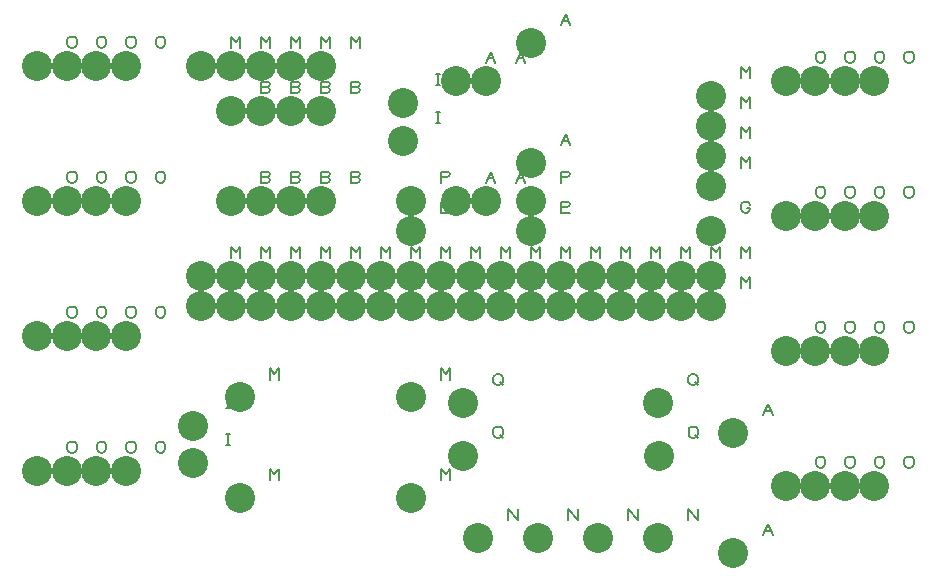
<source format=gbr>
G04 EasyPC Gerber Version 20.0.2 Build 4112 *
G04 #@! TF.Part,Single*
%FSLAX35Y35*%
%MOIN*%
%ADD11C,0.00500*%
%ADD10C,0.10000*%
X0Y0D02*
D02*
D10*
X10728Y37750D03*
Y82750D03*
Y127750D03*
Y172750D03*
X20571Y37750D03*
Y82750D03*
Y127750D03*
Y172750D03*
X30413Y37750D03*
Y82750D03*
Y127750D03*
Y172750D03*
X40256Y37750D03*
Y82750D03*
Y127750D03*
Y172750D03*
X62756Y40250D03*
Y52750D03*
X65256Y92750D03*
Y102750D03*
Y172750D03*
X75222Y127750D03*
Y157750D03*
X75256Y92750D03*
Y102750D03*
Y172750D03*
X78169Y28695D03*
Y62159D03*
X85222Y127750D03*
Y157750D03*
X85256Y92750D03*
Y102750D03*
Y172750D03*
X95222Y127750D03*
Y157750D03*
X95256Y92750D03*
Y102750D03*
Y172750D03*
X105222Y127750D03*
Y157750D03*
X105256Y92750D03*
Y102750D03*
Y172750D03*
X115256Y92750D03*
Y102750D03*
X125256Y92750D03*
Y102750D03*
X132756Y147750D03*
Y160250D03*
X135256Y28695D03*
Y62159D03*
Y92750D03*
Y102750D03*
Y117750D03*
D03*
Y127750D03*
X145256Y92750D03*
Y102750D03*
X150256Y127750D03*
Y167750D03*
X152717Y60250D03*
X152756Y42750D03*
X155256Y92750D03*
Y102750D03*
X157756Y15250D03*
X160256Y127750D03*
Y167750D03*
X165256Y92750D03*
Y102750D03*
X175256Y92750D03*
Y102750D03*
Y117750D03*
D03*
Y127750D03*
Y140250D03*
Y180250D03*
X177756Y15250D03*
X185256Y92750D03*
Y102750D03*
X195256Y92750D03*
Y102750D03*
X197756Y15250D03*
X205256Y92750D03*
Y102750D03*
X215256Y92750D03*
Y102750D03*
X217756Y15250D03*
Y60250D03*
X217795Y42750D03*
X225256Y92750D03*
Y102750D03*
X235256Y92750D03*
Y102750D03*
Y117750D03*
Y132750D03*
Y142750D03*
Y152750D03*
Y162750D03*
X242756Y10250D03*
Y50250D03*
X260256Y32750D03*
Y77750D03*
Y122750D03*
Y167750D03*
X270098Y32750D03*
Y77750D03*
Y122750D03*
Y167750D03*
X279941Y32750D03*
Y77750D03*
Y122750D03*
Y167750D03*
X289783Y32750D03*
Y77750D03*
Y122750D03*
Y167750D03*
D02*
D11*
X20728Y44937D02*
Y46187D01*
X21041Y46813*
X21354Y47125*
X21978Y47437*
X22604*
X23228Y47125*
X23541Y46813*
X23854Y46187*
Y44937*
X23541Y44313*
X23228Y44000*
X22604Y43687*
X21978*
X21354Y44000*
X21041Y44313*
X20728Y44937*
Y89937D02*
Y91187D01*
X21041Y91813*
X21354Y92125*
X21978Y92437*
X22604*
X23228Y92125*
X23541Y91813*
X23854Y91187*
Y89937*
X23541Y89313*
X23228Y89000*
X22604Y88687*
X21978*
X21354Y89000*
X21041Y89313*
X20728Y89937*
Y134937D02*
Y136187D01*
X21041Y136813*
X21354Y137125*
X21978Y137437*
X22604*
X23228Y137125*
X23541Y136813*
X23854Y136187*
Y134937*
X23541Y134313*
X23228Y134000*
X22604Y133687*
X21978*
X21354Y134000*
X21041Y134313*
X20728Y134937*
Y179937D02*
Y181187D01*
X21041Y181813*
X21354Y182125*
X21978Y182437*
X22604*
X23228Y182125*
X23541Y181813*
X23854Y181187*
Y179937*
X23541Y179313*
X23228Y179000*
X22604Y178687*
X21978*
X21354Y179000*
X21041Y179313*
X20728Y179937*
X30571Y44937D02*
Y46187D01*
X30883Y46813*
X31196Y47125*
X31821Y47437*
X32446*
X33071Y47125*
X33383Y46813*
X33696Y46187*
Y44937*
X33383Y44313*
X33071Y44000*
X32446Y43687*
X31821*
X31196Y44000*
X30883Y44313*
X30571Y44937*
Y89937D02*
Y91187D01*
X30883Y91813*
X31196Y92125*
X31821Y92437*
X32446*
X33071Y92125*
X33383Y91813*
X33696Y91187*
Y89937*
X33383Y89313*
X33071Y89000*
X32446Y88687*
X31821*
X31196Y89000*
X30883Y89313*
X30571Y89937*
Y134937D02*
Y136187D01*
X30883Y136813*
X31196Y137125*
X31821Y137437*
X32446*
X33071Y137125*
X33383Y136813*
X33696Y136187*
Y134937*
X33383Y134313*
X33071Y134000*
X32446Y133687*
X31821*
X31196Y134000*
X30883Y134313*
X30571Y134937*
Y179937D02*
Y181187D01*
X30883Y181813*
X31196Y182125*
X31821Y182437*
X32446*
X33071Y182125*
X33383Y181813*
X33696Y181187*
Y179937*
X33383Y179313*
X33071Y179000*
X32446Y178687*
X31821*
X31196Y179000*
X30883Y179313*
X30571Y179937*
X40413Y44937D02*
Y46187D01*
X40726Y46813*
X41039Y47125*
X41663Y47437*
X42289*
X42913Y47125*
X43226Y46813*
X43539Y46187*
Y44937*
X43226Y44313*
X42913Y44000*
X42289Y43687*
X41663*
X41039Y44000*
X40726Y44313*
X40413Y44937*
Y89937D02*
Y91187D01*
X40726Y91813*
X41039Y92125*
X41663Y92437*
X42289*
X42913Y92125*
X43226Y91813*
X43539Y91187*
Y89937*
X43226Y89313*
X42913Y89000*
X42289Y88687*
X41663*
X41039Y89000*
X40726Y89313*
X40413Y89937*
Y134937D02*
Y136187D01*
X40726Y136813*
X41039Y137125*
X41663Y137437*
X42289*
X42913Y137125*
X43226Y136813*
X43539Y136187*
Y134937*
X43226Y134313*
X42913Y134000*
X42289Y133687*
X41663*
X41039Y134000*
X40726Y134313*
X40413Y134937*
Y179937D02*
Y181187D01*
X40726Y181813*
X41039Y182125*
X41663Y182437*
X42289*
X42913Y182125*
X43226Y181813*
X43539Y181187*
Y179937*
X43226Y179313*
X42913Y179000*
X42289Y178687*
X41663*
X41039Y179000*
X40726Y179313*
X40413Y179937*
X50256Y44937D02*
Y46187D01*
X50569Y46813*
X50881Y47125*
X51506Y47437*
X52131*
X52756Y47125*
X53069Y46813*
X53381Y46187*
Y44937*
X53069Y44313*
X52756Y44000*
X52131Y43687*
X51506*
X50881Y44000*
X50569Y44313*
X50256Y44937*
Y89937D02*
Y91187D01*
X50569Y91813*
X50881Y92125*
X51506Y92437*
X52131*
X52756Y92125*
X53069Y91813*
X53381Y91187*
Y89937*
X53069Y89313*
X52756Y89000*
X52131Y88687*
X51506*
X50881Y89000*
X50569Y89313*
X50256Y89937*
Y134937D02*
Y136187D01*
X50569Y136813*
X50881Y137125*
X51506Y137437*
X52131*
X52756Y137125*
X53069Y136813*
X53381Y136187*
Y134937*
X53069Y134313*
X52756Y134000*
X52131Y133687*
X51506*
X50881Y134000*
X50569Y134313*
X50256Y134937*
Y179937D02*
Y181187D01*
X50569Y181813*
X50881Y182125*
X51506Y182437*
X52131*
X52756Y182125*
X53069Y181813*
X53381Y181187*
Y179937*
X53069Y179313*
X52756Y179000*
X52131Y178687*
X51506*
X50881Y179000*
X50569Y179313*
X50256Y179937*
X73693Y46187D02*
X74943D01*
X74319D02*
Y49937D01*
X73693D02*
X74943D01*
X73693Y58687D02*
X74943D01*
X74319D02*
Y62437D01*
X73693D02*
X74943D01*
X75256Y98687D02*
Y102437D01*
X76819Y100563*
X78381Y102437*
Y98687*
X75256Y108687D02*
Y112437D01*
X76819Y110563*
X78381Y112437*
Y108687*
X75256Y178687D02*
Y182437D01*
X76819Y180563*
X78381Y182437*
Y178687*
X87410Y135563D02*
X88035Y135250D01*
X88348Y134625*
X88035Y134000*
X87410Y133687*
X85222*
Y137437*
X87410*
X88035Y137125*
X88348Y136500*
X88035Y135875*
X87410Y135563*
X85222*
X87410Y165563D02*
X88035Y165250D01*
X88348Y164625*
X88035Y164000*
X87410Y163687*
X85222*
Y167437*
X87410*
X88035Y167125*
X88348Y166500*
X88035Y165875*
X87410Y165563*
X85222*
X85256Y98687D02*
Y102437D01*
X86819Y100563*
X88381Y102437*
Y98687*
X85256Y108687D02*
Y112437D01*
X86819Y110563*
X88381Y112437*
Y108687*
X85256Y178687D02*
Y182437D01*
X86819Y180563*
X88381Y182437*
Y178687*
X88169Y34632D02*
Y38382D01*
X89732Y36507*
X91294Y38382*
Y34632*
X88169Y68097D02*
Y71847D01*
X89732Y69972*
X91294Y71847*
Y68097*
X97410Y135563D02*
X98035Y135250D01*
X98348Y134625*
X98035Y134000*
X97410Y133687*
X95222*
Y137437*
X97410*
X98035Y137125*
X98348Y136500*
X98035Y135875*
X97410Y135563*
X95222*
X97410Y165563D02*
X98035Y165250D01*
X98348Y164625*
X98035Y164000*
X97410Y163687*
X95222*
Y167437*
X97410*
X98035Y167125*
X98348Y166500*
X98035Y165875*
X97410Y165563*
X95222*
X95256Y98687D02*
Y102437D01*
X96819Y100563*
X98381Y102437*
Y98687*
X95256Y108687D02*
Y112437D01*
X96819Y110563*
X98381Y112437*
Y108687*
X95256Y178687D02*
Y182437D01*
X96819Y180563*
X98381Y182437*
Y178687*
X107410Y135563D02*
X108035Y135250D01*
X108348Y134625*
X108035Y134000*
X107410Y133687*
X105222*
Y137437*
X107410*
X108035Y137125*
X108348Y136500*
X108035Y135875*
X107410Y135563*
X105222*
X107410Y165563D02*
X108035Y165250D01*
X108348Y164625*
X108035Y164000*
X107410Y163687*
X105222*
Y167437*
X107410*
X108035Y167125*
X108348Y166500*
X108035Y165875*
X107410Y165563*
X105222*
X105256Y98687D02*
Y102437D01*
X106819Y100563*
X108381Y102437*
Y98687*
X105256Y108687D02*
Y112437D01*
X106819Y110563*
X108381Y112437*
Y108687*
X105256Y178687D02*
Y182437D01*
X106819Y180563*
X108381Y182437*
Y178687*
X117410Y135563D02*
X118035Y135250D01*
X118348Y134625*
X118035Y134000*
X117410Y133687*
X115222*
Y137437*
X117410*
X118035Y137125*
X118348Y136500*
X118035Y135875*
X117410Y135563*
X115222*
X117410Y165563D02*
X118035Y165250D01*
X118348Y164625*
X118035Y164000*
X117410Y163687*
X115222*
Y167437*
X117410*
X118035Y167125*
X118348Y166500*
X118035Y165875*
X117410Y165563*
X115222*
X115256Y98687D02*
Y102437D01*
X116819Y100563*
X118381Y102437*
Y98687*
X115256Y108687D02*
Y112437D01*
X116819Y110563*
X118381Y112437*
Y108687*
X115256Y178687D02*
Y182437D01*
X116819Y180563*
X118381Y182437*
Y178687*
X125256Y98687D02*
Y102437D01*
X126819Y100563*
X128381Y102437*
Y98687*
X125256Y108687D02*
Y112437D01*
X126819Y110563*
X128381Y112437*
Y108687*
X135256Y98687D02*
Y102437D01*
X136819Y100563*
X138381Y102437*
Y98687*
X135256Y108687D02*
Y112437D01*
X136819Y110563*
X138381Y112437*
Y108687*
X143693Y153687D02*
X144943D01*
X144319D02*
Y157437D01*
X143693D02*
X144943D01*
X143693Y166187D02*
X144943D01*
X144319D02*
Y169937D01*
X143693D02*
X144943D01*
X145256Y34632D02*
Y38382D01*
X146819Y36507*
X148381Y38382*
Y34632*
X145256Y68097D02*
Y71847D01*
X146819Y69972*
X148381Y71847*
Y68097*
X145256Y98687D02*
Y102437D01*
X146819Y100563*
X148381Y102437*
Y98687*
X145256Y108687D02*
Y112437D01*
X146819Y110563*
X148381Y112437*
Y108687*
X145256Y127437D02*
Y123687D01*
X148381*
X145256D02*
Y127437D01*
X147443*
X148069Y127125*
X148381Y126500*
X148069Y125875*
X147443Y125563*
X145256*
Y133687D02*
Y137437D01*
X147443*
X148069Y137125*
X148381Y136500*
X148069Y135875*
X147443Y135563*
X145256*
X155256Y98687D02*
Y102437D01*
X156819Y100563*
X158381Y102437*
Y98687*
X155256Y108687D02*
Y112437D01*
X156819Y110563*
X158381Y112437*
Y108687*
X160256Y133687D02*
X161819Y137437D01*
X163381Y133687*
X160881Y135250D02*
X162756D01*
X160256Y173687D02*
X161819Y177437D01*
X163381Y173687*
X160881Y175250D02*
X162756D01*
X162717Y67437D02*
Y68687D01*
X163029Y69313*
X163342Y69625*
X163967Y69937*
X164592*
X165217Y69625*
X165529Y69313*
X165842Y68687*
Y67437*
X165529Y66813*
X165217Y66500*
X164592Y66187*
X163967*
X163342Y66500*
X163029Y66813*
X162717Y67437*
X164904Y67125D02*
X165842Y66187D01*
X162756Y49937D02*
Y51187D01*
X163069Y51813*
X163381Y52125*
X164006Y52437*
X164631*
X165256Y52125*
X165569Y51813*
X165881Y51187*
Y49937*
X165569Y49313*
X165256Y49000*
X164631Y48687*
X164006*
X163381Y49000*
X163069Y49313*
X162756Y49937*
X164943Y49625D02*
X165881Y48687D01*
X165256Y98687D02*
Y102437D01*
X166819Y100563*
X168381Y102437*
Y98687*
X165256Y108687D02*
Y112437D01*
X166819Y110563*
X168381Y112437*
Y108687*
X167756Y21187D02*
Y24937D01*
X170881Y21187*
Y24937*
X170256Y133687D02*
X171819Y137437D01*
X173381Y133687*
X170881Y135250D02*
X172756D01*
X170256Y173687D02*
X171819Y177437D01*
X173381Y173687*
X170881Y175250D02*
X172756D01*
X175256Y98687D02*
Y102437D01*
X176819Y100563*
X178381Y102437*
Y98687*
X175256Y108687D02*
Y112437D01*
X176819Y110563*
X178381Y112437*
Y108687*
X185256Y98687D02*
Y102437D01*
X186819Y100563*
X188381Y102437*
Y98687*
X185256Y108687D02*
Y112437D01*
X186819Y110563*
X188381Y112437*
Y108687*
X185256Y127437D02*
Y123687D01*
X188381*
X185256D02*
Y127437D01*
X187443*
X188069Y127125*
X188381Y126500*
X188069Y125875*
X187443Y125563*
X185256*
Y133687D02*
Y137437D01*
X187443*
X188069Y137125*
X188381Y136500*
X188069Y135875*
X187443Y135563*
X185256*
Y146187D02*
X186819Y149937D01*
X188381Y146187*
X185881Y147750D02*
X187756D01*
X185256Y186187D02*
X186819Y189937D01*
X188381Y186187*
X185881Y187750D02*
X187756D01*
Y21187D02*
Y24937D01*
X190881Y21187*
Y24937*
X195256Y98687D02*
Y102437D01*
X196819Y100563*
X198381Y102437*
Y98687*
X195256Y108687D02*
Y112437D01*
X196819Y110563*
X198381Y112437*
Y108687*
X205256Y98687D02*
Y102437D01*
X206819Y100563*
X208381Y102437*
Y98687*
X205256Y108687D02*
Y112437D01*
X206819Y110563*
X208381Y112437*
Y108687*
X207756Y21187D02*
Y24937D01*
X210881Y21187*
Y24937*
X215256Y98687D02*
Y102437D01*
X216819Y100563*
X218381Y102437*
Y98687*
X215256Y108687D02*
Y112437D01*
X216819Y110563*
X218381Y112437*
Y108687*
X225256Y98687D02*
Y102437D01*
X226819Y100563*
X228381Y102437*
Y98687*
X225256Y108687D02*
Y112437D01*
X226819Y110563*
X228381Y112437*
Y108687*
X227756Y21187D02*
Y24937D01*
X230881Y21187*
Y24937*
X227756Y67437D02*
Y68687D01*
X228069Y69313*
X228381Y69625*
X229006Y69937*
X229631*
X230256Y69625*
X230569Y69313*
X230881Y68687*
Y67437*
X230569Y66813*
X230256Y66500*
X229631Y66187*
X229006*
X228381Y66500*
X228069Y66813*
X227756Y67437*
X229943Y67125D02*
X230881Y66187D01*
X227795Y49937D02*
Y51187D01*
X228108Y51813*
X228420Y52125*
X229045Y52437*
X229670*
X230295Y52125*
X230608Y51813*
X230920Y51187*
Y49937*
X230608Y49313*
X230295Y49000*
X229670Y48687*
X229045*
X228420Y49000*
X228108Y49313*
X227795Y49937*
X229983Y49625D02*
X230920Y48687D01*
X235256Y98687D02*
Y102437D01*
X236819Y100563*
X238381Y102437*
Y98687*
X235256Y108687D02*
Y112437D01*
X236819Y110563*
X238381Y112437*
Y108687*
X245256Y98687D02*
Y102437D01*
X246819Y100563*
X248381Y102437*
Y98687*
X245256Y108687D02*
Y112437D01*
X246819Y110563*
X248381Y112437*
Y108687*
X247443Y125250D02*
X248381D01*
Y124937*
X248069Y124313*
X247756Y124000*
X247131Y123687*
X246506*
X245881Y124000*
X245569Y124313*
X245256Y124937*
Y126187*
X245569Y126813*
X245881Y127125*
X246506Y127437*
X247131*
X247756Y127125*
X248069Y126813*
X248381Y126187*
X245256Y138687D02*
Y142437D01*
X246819Y140563*
X248381Y142437*
Y138687*
X245256Y148687D02*
Y152437D01*
X246819Y150563*
X248381Y152437*
Y148687*
X245256Y158687D02*
Y162437D01*
X246819Y160563*
X248381Y162437*
Y158687*
X245256Y168687D02*
Y172437D01*
X246819Y170563*
X248381Y172437*
Y168687*
X252756Y16187D02*
X254319Y19937D01*
X255881Y16187*
X253381Y17750D02*
X255256D01*
X252756Y56187D02*
X254319Y59937D01*
X255881Y56187*
X253381Y57750D02*
X255256D01*
X270256Y39937D02*
Y41187D01*
X270569Y41813*
X270881Y42125*
X271506Y42437*
X272131*
X272756Y42125*
X273069Y41813*
X273381Y41187*
Y39937*
X273069Y39313*
X272756Y39000*
X272131Y38687*
X271506*
X270881Y39000*
X270569Y39313*
X270256Y39937*
Y84937D02*
Y86187D01*
X270569Y86813*
X270881Y87125*
X271506Y87437*
X272131*
X272756Y87125*
X273069Y86813*
X273381Y86187*
Y84937*
X273069Y84313*
X272756Y84000*
X272131Y83687*
X271506*
X270881Y84000*
X270569Y84313*
X270256Y84937*
Y129937D02*
Y131187D01*
X270569Y131813*
X270881Y132125*
X271506Y132437*
X272131*
X272756Y132125*
X273069Y131813*
X273381Y131187*
Y129937*
X273069Y129313*
X272756Y129000*
X272131Y128687*
X271506*
X270881Y129000*
X270569Y129313*
X270256Y129937*
Y174937D02*
Y176187D01*
X270569Y176813*
X270881Y177125*
X271506Y177437*
X272131*
X272756Y177125*
X273069Y176813*
X273381Y176187*
Y174937*
X273069Y174313*
X272756Y174000*
X272131Y173687*
X271506*
X270881Y174000*
X270569Y174313*
X270256Y174937*
X280098Y39937D02*
Y41187D01*
X280411Y41813*
X280724Y42125*
X281348Y42437*
X281974*
X282598Y42125*
X282911Y41813*
X283224Y41187*
Y39937*
X282911Y39313*
X282598Y39000*
X281974Y38687*
X281348*
X280724Y39000*
X280411Y39313*
X280098Y39937*
Y84937D02*
Y86187D01*
X280411Y86813*
X280724Y87125*
X281348Y87437*
X281974*
X282598Y87125*
X282911Y86813*
X283224Y86187*
Y84937*
X282911Y84313*
X282598Y84000*
X281974Y83687*
X281348*
X280724Y84000*
X280411Y84313*
X280098Y84937*
Y129937D02*
Y131187D01*
X280411Y131813*
X280724Y132125*
X281348Y132437*
X281974*
X282598Y132125*
X282911Y131813*
X283224Y131187*
Y129937*
X282911Y129313*
X282598Y129000*
X281974Y128687*
X281348*
X280724Y129000*
X280411Y129313*
X280098Y129937*
Y174937D02*
Y176187D01*
X280411Y176813*
X280724Y177125*
X281348Y177437*
X281974*
X282598Y177125*
X282911Y176813*
X283224Y176187*
Y174937*
X282911Y174313*
X282598Y174000*
X281974Y173687*
X281348*
X280724Y174000*
X280411Y174313*
X280098Y174937*
X289941Y39937D02*
Y41187D01*
X290254Y41813*
X290566Y42125*
X291191Y42437*
X291816*
X292441Y42125*
X292754Y41813*
X293066Y41187*
Y39937*
X292754Y39313*
X292441Y39000*
X291816Y38687*
X291191*
X290566Y39000*
X290254Y39313*
X289941Y39937*
Y84937D02*
Y86187D01*
X290254Y86813*
X290566Y87125*
X291191Y87437*
X291816*
X292441Y87125*
X292754Y86813*
X293066Y86187*
Y84937*
X292754Y84313*
X292441Y84000*
X291816Y83687*
X291191*
X290566Y84000*
X290254Y84313*
X289941Y84937*
Y129937D02*
Y131187D01*
X290254Y131813*
X290566Y132125*
X291191Y132437*
X291816*
X292441Y132125*
X292754Y131813*
X293066Y131187*
Y129937*
X292754Y129313*
X292441Y129000*
X291816Y128687*
X291191*
X290566Y129000*
X290254Y129313*
X289941Y129937*
Y174937D02*
Y176187D01*
X290254Y176813*
X290566Y177125*
X291191Y177437*
X291816*
X292441Y177125*
X292754Y176813*
X293066Y176187*
Y174937*
X292754Y174313*
X292441Y174000*
X291816Y173687*
X291191*
X290566Y174000*
X290254Y174313*
X289941Y174937*
X299783Y39937D02*
Y41187D01*
X300096Y41813*
X300409Y42125*
X301033Y42437*
X301659*
X302283Y42125*
X302596Y41813*
X302909Y41187*
Y39937*
X302596Y39313*
X302283Y39000*
X301659Y38687*
X301033*
X300409Y39000*
X300096Y39313*
X299783Y39937*
Y84937D02*
Y86187D01*
X300096Y86813*
X300409Y87125*
X301033Y87437*
X301659*
X302283Y87125*
X302596Y86813*
X302909Y86187*
Y84937*
X302596Y84313*
X302283Y84000*
X301659Y83687*
X301033*
X300409Y84000*
X300096Y84313*
X299783Y84937*
Y129937D02*
Y131187D01*
X300096Y131813*
X300409Y132125*
X301033Y132437*
X301659*
X302283Y132125*
X302596Y131813*
X302909Y131187*
Y129937*
X302596Y129313*
X302283Y129000*
X301659Y128687*
X301033*
X300409Y129000*
X300096Y129313*
X299783Y129937*
Y174937D02*
Y176187D01*
X300096Y176813*
X300409Y177125*
X301033Y177437*
X301659*
X302283Y177125*
X302596Y176813*
X302909Y176187*
Y174937*
X302596Y174313*
X302283Y174000*
X301659Y173687*
X301033*
X300409Y174000*
X300096Y174313*
X299783Y174937*
X0Y0D02*
M02*

</source>
